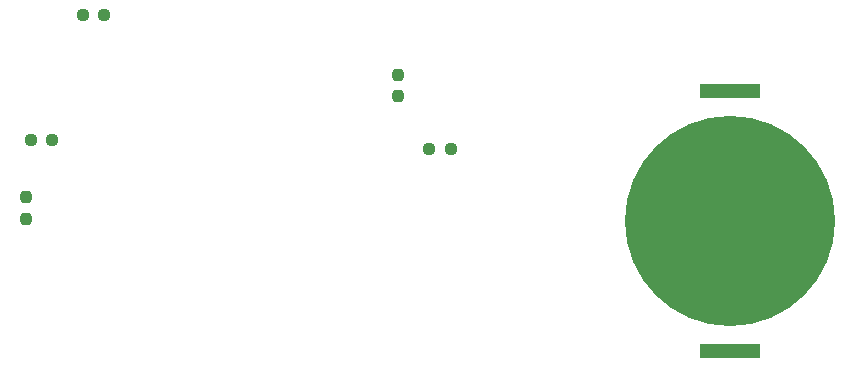
<source format=gbr>
%TF.GenerationSoftware,KiCad,Pcbnew,9.0.2*%
%TF.CreationDate,2025-08-08T14:56:36-04:00*%
%TF.ProjectId,Massachusetts,4d617373-6163-4687-9573-657474732e6b,0*%
%TF.SameCoordinates,Original*%
%TF.FileFunction,Soldermask,Bot*%
%TF.FilePolarity,Negative*%
%FSLAX46Y46*%
G04 Gerber Fmt 4.6, Leading zero omitted, Abs format (unit mm)*
G04 Created by KiCad (PCBNEW 9.0.2) date 2025-08-08 14:56:36*
%MOMM*%
%LPD*%
G01*
G04 APERTURE LIST*
G04 Aperture macros list*
%AMRoundRect*
0 Rectangle with rounded corners*
0 $1 Rounding radius*
0 $2 $3 $4 $5 $6 $7 $8 $9 X,Y pos of 4 corners*
0 Add a 4 corners polygon primitive as box body*
4,1,4,$2,$3,$4,$5,$6,$7,$8,$9,$2,$3,0*
0 Add four circle primitives for the rounded corners*
1,1,$1+$1,$2,$3*
1,1,$1+$1,$4,$5*
1,1,$1+$1,$6,$7*
1,1,$1+$1,$8,$9*
0 Add four rect primitives between the rounded corners*
20,1,$1+$1,$2,$3,$4,$5,0*
20,1,$1+$1,$4,$5,$6,$7,0*
20,1,$1+$1,$6,$7,$8,$9,0*
20,1,$1+$1,$8,$9,$2,$3,0*%
G04 Aperture macros list end*
%ADD10RoundRect,0.237500X-0.237500X0.250000X-0.237500X-0.250000X0.237500X-0.250000X0.237500X0.250000X0*%
%ADD11R,5.080000X1.270000*%
%ADD12C,17.800000*%
%ADD13RoundRect,0.237500X-0.250000X-0.237500X0.250000X-0.237500X0.250000X0.237500X-0.250000X0.237500X0*%
%ADD14RoundRect,0.237500X0.250000X0.237500X-0.250000X0.237500X-0.250000X-0.237500X0.250000X-0.237500X0*%
G04 APERTURE END LIST*
D10*
%TO.C,R5*%
X130587500Y-116412500D03*
X130587500Y-114587500D03*
%TD*%
%TO.C,R4*%
X162112500Y-104187500D03*
X162112500Y-106012500D03*
%TD*%
D11*
%TO.C,BT1*%
X190200000Y-127565000D03*
X190200000Y-105595000D03*
D12*
X190200000Y-116580000D03*
%TD*%
D13*
%TO.C,R2*%
X135400000Y-99100000D03*
X137225000Y-99100000D03*
%TD*%
%TO.C,R1*%
X131000000Y-109700000D03*
X132825000Y-109700000D03*
%TD*%
D14*
%TO.C,R3*%
X166575000Y-110500000D03*
X164750000Y-110500000D03*
%TD*%
M02*

</source>
